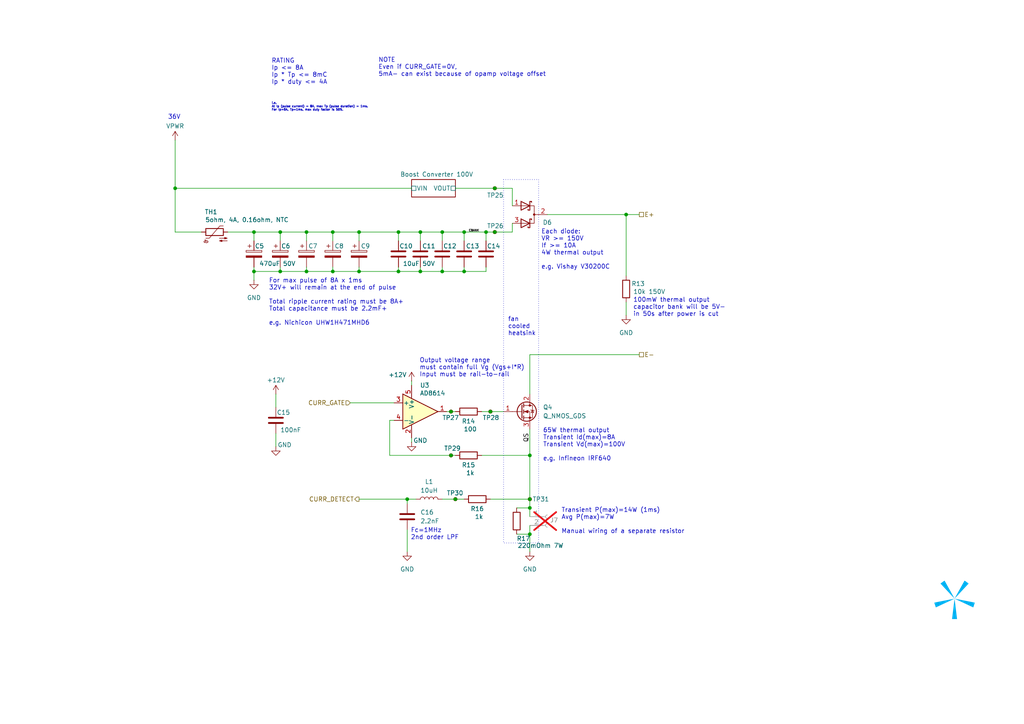
<source format=kicad_sch>
(kicad_sch (version 20231120) (generator "eeschema") (generator_version "8.0")
  (paper "A4")
  (title_block (title "CTRL-MINI-ED") (date "2024-12-11") (rev "1") (company "Spark Project") (comment 1 "Author: 夕月霞 (xyx)") (comment 2 "Electric Discharge Machining board for CTRL-MINI"))
  (lib_symbols
    (symbol "Amplifier_Operational:AD8603" (pin_names (offset 0.127))
      (property "Reference" "U" (at 0 5.08 0))
      (property "Value" "AD8603" (at 0 -5.08 0))
      (symbol "AD8603_0_1"
        (polyline (pts (xy -5.08 5.08) (xy 5.08 0) (xy -5.08 -5.08) (xy -5.08 5.08)) (stroke (width 0.254)) (fill (type background)))
        (pin power_in line (at -2.54 -7.62 90) (length 3.81) (name "V-") (number "2"))
        (pin power_in line (at -2.54 7.62 270) (length 3.81) (name "V+") (number "5"))
      )
      (symbol "AD8603_1_1"
        (pin output line (at 7.62 0 180) (length 2.54) (name "~") (number "1"))
        (pin input line (at -7.62 2.54 0) (length 2.54) (name "+") (number "3"))
        (pin input line (at -7.62 -2.54 0) (length 2.54) (name "-") (number "4"))
      )
    )
    (symbol "Connector:Conn_01x02_Socket" (pin_names (offset 1.016) hide)
      (property "Reference" "J" (at 0 2.54 0))
      (property "Value" "Conn_01x02_Socket" (at 0 -5.08 0))
      (symbol "Conn_01x02_Socket_1_1"
        (arc (start 0 -2.032) (mid -0.5058 -2.54) (end 0 -3.048) (stroke (width 0.1524)))
        (polyline (pts (xy -1.27 -2.54) (xy -0.508 -2.54)) (stroke (width 0.1524)))
        (polyline (pts (xy -1.27 0) (xy -0.508 0)) (stroke (width 0.1524)))
        (arc (start 0 0.508) (mid -0.5058 0) (end 0 -0.508) (stroke (width 0.1524)))
        (pin passive line (at -5.08 0 0) (length 3.81) (name "Pin_1") (number "1"))
        (pin passive line (at -5.08 -2.54 0) (length 3.81) (name "Pin_2") (number "2"))
      )
    )
    (symbol "Connector:TestPoint_Small" (pin_numbers hide) (pin_names (offset 0.762) hide)
      (property "Reference" "TP" (at 0 3.81 0))
      (property "Value" "TestPoint_Small" (at 0 2.032 0))
      (symbol "TestPoint_Small_0_1"
        (circle (center 0 0) (radius 0.508))
      )
      (symbol "TestPoint_Small_1_1"
        (pin passive line (at 0 0 90) (length 0) (name "1") (number "1"))
      )
    )
    (symbol "Device:C" (pin_numbers hide) (pin_names (offset 0.254))
      (property "Reference" "C" (at 0.635 2.54 0))
      (property "Value" "C" (at 0.635 -2.54 0))
      (symbol "C_0_1"
        (polyline (pts (xy -2.032 -0.762) (xy 2.032 -0.762)) (stroke (width 0.508)))
        (polyline (pts (xy -2.032 0.762) (xy 2.032 0.762)) (stroke (width 0.508)))
      )
      (symbol "C_1_1"
        (pin passive line (at 0 3.81 270) (length 2.794) (name "~") (number "1"))
        (pin passive line (at 0 -3.81 90) (length 2.794) (name "~") (number "2"))
      )
    )
    (symbol "Device:C_Polarized" (pin_numbers hide) (pin_names (offset 0.254))
      (property "Reference" "C" (at 0.635 2.54 0))
      (property "Value" "C_Polarized" (at 0.635 -2.54 0))
      (symbol "C_Polarized_0_1"
        (rectangle (start -2.286 0.508) (end 2.286 1.016))
        (polyline (pts (xy -1.778 2.286) (xy -0.762 2.286)))
        (polyline (pts (xy -1.27 2.794) (xy -1.27 1.778)))
        (rectangle (start 2.286 -0.508) (end -2.286 -1.016) (fill (type outline)))
      )
      (symbol "C_Polarized_1_1"
        (pin passive line (at 0 3.81 270) (length 2.794) (name "~") (number "1"))
        (pin passive line (at 0 -3.81 90) (length 2.794) (name "~") (number "2"))
      )
    )
    (symbol "Device:D_Schottky_Dual_CommonCathode_AKA_Parallel" (pin_names (offset 0.762) hide)
      (property "Reference" "D" (at 0 5.08 0))
      (property "Value" "D_Schottky_Dual_CommonCathode_AKA_Parallel" (at 0 -5.08 0))
      (symbol "D_Schottky_Dual_CommonCathode_AKA_Parallel_0_1"
        (polyline (pts (xy 1.27 0) (xy 2.54 0)))
        (polyline (pts (xy -2.54 -2.54) (xy 1.27 -2.54) (xy 1.27 2.54) (xy -2.54 2.54)))
        (polyline (pts (xy -2.54 -1.27) (xy 0 -2.54) (xy -2.54 -3.81) (xy -2.54 -1.27) (xy -2.54 -1.27) (xy -2.54 -1.27)) (stroke (width 0.254)))
        (polyline (pts (xy -2.54 3.81) (xy 0 2.54) (xy -2.54 1.27) (xy -2.54 3.81) (xy -2.54 3.81) (xy -2.54 3.81)) (stroke (width 0.254)))
        (polyline (pts (xy 0.508 -1.524) (xy 0.508 -1.27) (xy 0 -1.27) (xy 0 -3.81) (xy -0.508 -3.81) (xy -0.508 -3.556)) (stroke (width 0.254)))
        (polyline (pts (xy 0.508 3.556) (xy 0.508 3.81) (xy 0 3.81) (xy 0 1.27) (xy -0.508 1.27) (xy -0.508 1.524)) (stroke (width 0.254)))
        (circle (center 1.27 0) (radius 0.254) (fill (type outline)))
        (pin passive line (at -5.08 2.54 0) (length 2.54) (name "A") (number "1"))
        (pin passive line (at 5.08 0 180) (length 2.54) (name "K") (number "2"))
        (pin passive line (at -5.08 -2.54 0) (length 2.54) (name "A") (number "3"))
      )
    )
    (symbol "Device:L" (pin_numbers hide) (pin_names (offset 1.016) hide)
      (property "Reference" "L" (at -1.27 0 90))
      (property "Value" "L" (at 1.905 0 90))
      (symbol "L_0_1"
        (arc (start 0 -2.54) (mid 0.6323 -1.905) (end 0 -1.27))
        (arc (start 0 -1.27) (mid 0.6323 -0.635) (end 0 0))
        (arc (start 0 0) (mid 0.6323 0.635) (end 0 1.27))
        (arc (start 0 1.27) (mid 0.6323 1.905) (end 0 2.54))
      )
      (symbol "L_1_1"
        (pin passive line (at 0 3.81 270) (length 1.27) (name "1") (number "1"))
        (pin passive line (at 0 -3.81 90) (length 1.27) (name "2") (number "2"))
      )
    )
    (symbol "Device:Q_NMOS_GDS" (pin_names (offset 0) hide)
      (property "Reference" "Q" (at 5.08 1.27 0))
      (property "Value" "Q_NMOS_GDS" (at 5.08 -1.27 0))
      (symbol "Q_NMOS_GDS_0_1"
        (polyline (pts (xy 0.254 0) (xy -2.54 0)))
        (polyline (pts (xy 0.254 1.905) (xy 0.254 -1.905)) (stroke (width 0.254)))
        (polyline (pts (xy 0.762 -1.27) (xy 0.762 -2.286)) (stroke (width 0.254)))
        (polyline (pts (xy 0.762 0.508) (xy 0.762 -0.508)) (stroke (width 0.254)))
        (polyline (pts (xy 0.762 2.286) (xy 0.762 1.27)) (stroke (width 0.254)))
        (polyline (pts (xy 2.54 2.54) (xy 2.54 1.778)))
        (polyline (pts (xy 2.54 -2.54) (xy 2.54 0) (xy 0.762 0)))
        (polyline (pts (xy 0.762 -1.778) (xy 3.302 -1.778) (xy 3.302 1.778) (xy 0.762 1.778)))
        (polyline (pts (xy 1.016 0) (xy 2.032 0.381) (xy 2.032 -0.381) (xy 1.016 0)) (fill (type outline)))
        (polyline (pts (xy 2.794 0.508) (xy 2.921 0.381) (xy 3.683 0.381) (xy 3.81 0.254)))
        (polyline (pts (xy 3.302 0.381) (xy 2.921 -0.254) (xy 3.683 -0.254) (xy 3.302 0.381)))
        (circle (center 1.651 0) (radius 2.794) (stroke (width 0.254)))
        (circle (center 2.54 -1.778) (radius 0.254) (fill (type outline)))
        (circle (center 2.54 1.778) (radius 0.254) (fill (type outline)))
      )
      (symbol "Q_NMOS_GDS_1_1"
        (pin input line (at -5.08 0 0) (length 2.54) (name "G") (number "1"))
        (pin passive line (at 2.54 5.08 270) (length 2.54) (name "D") (number "2"))
        (pin passive line (at 2.54 -5.08 90) (length 2.54) (name "S") (number "3"))
      )
    )
    (symbol "Device:R" (pin_numbers hide) (pin_names (offset 0))
      (property "Reference" "R" (at 2.032 0 90))
      (property "Value" "R" (at 0 0 90))
      (symbol "R_0_1"
        (rectangle (start -1.016 -2.54) (end 1.016 2.54) (stroke (width 0.254)))
      )
      (symbol "R_1_1"
        (pin passive line (at 0 3.81 270) (length 1.27) (name "~") (number "1"))
        (pin passive line (at 0 -3.81 90) (length 1.27) (name "~") (number "2"))
      )
    )
    (symbol "Device:Thermistor_NTC" (pin_numbers hide) (pin_names (offset 0))
      (property "Reference" "TH" (at -4.445 0 90))
      (property "Value" "Thermistor_NTC" (at 3.175 0 90))
      (symbol "Thermistor_NTC_0_1"
        (arc (start -3.048 2.159) (mid -3.0495 2.3143) (end -3.175 2.413))
        (arc (start -3.048 2.159) (mid -2.9736 1.9794) (end -2.794 1.905))
        (arc (start -3.048 2.794) (mid -2.9736 2.6144) (end -2.794 2.54))
        (arc (start -2.794 1.905) (mid -2.6144 1.9794) (end -2.54 2.159))
        (arc (start -2.794 2.54) (mid -2.4393 2.5587) (end -2.159 2.794))
        (arc (start -2.794 3.048) (mid -2.9736 2.9736) (end -3.048 2.794))
        (arc (start -2.54 2.794) (mid -2.6144 2.9736) (end -2.794 3.048))
        (rectangle (start -1.016 2.54) (end 1.016 -2.54) (stroke (width 0.254)))
        (polyline (pts (xy -2.54 2.159) (xy -2.54 2.794)))
        (polyline (pts (xy -1.778 2.54) (xy -1.778 1.524) (xy 1.778 -1.524) (xy 1.778 -2.54)))
        (polyline (pts (xy -2.54 -3.683) (xy -2.54 -1.397) (xy -2.794 -2.159) (xy -2.286 -2.159) (xy -2.54 -1.397) (xy -2.54 -1.651)) (fill (type outline)))
        (polyline (pts (xy -1.778 -1.397) (xy -1.778 -3.683) (xy -2.032 -2.921) (xy -1.524 -2.921) (xy -1.778 -3.683) (xy -1.778 -3.429)) (fill (type outline)))
      )
      (symbol "Thermistor_NTC_1_1"
        (pin passive line (at 0 3.81 270) (length 1.27) (name "~") (number "1"))
        (pin passive line (at 0 -3.81 90) (length 1.27) (name "~") (number "2"))
      )
    )
    (symbol "power:GND" (power) (pin_numbers hide) (pin_names (offset 0) hide)
      (property "Value" "GND" (at 0 -3.81 0))
      (symbol "GND_0_1"
        (polyline (pts (xy 0 0) (xy 0 -1.27) (xy 1.27 -1.27) (xy 0 -2.54) (xy -1.27 -1.27) (xy 0 -1.27)))
      )
      (symbol "GND_1_1"
        (pin power_in line (at 0 0 270) (length 0) (name "~") (number "1"))
      )
    )
    (symbol "power:VCC" (power) (pin_numbers hide) (pin_names (offset 0) hide)
      (property "Value" "VCC" (at 0 3.556 0))
      (symbol "VCC_0_1"
        (polyline (pts (xy -0.762 1.27) (xy 0 2.54)))
        (polyline (pts (xy 0 0) (xy 0 2.54)))
        (polyline (pts (xy 0 2.54) (xy 0.762 1.27)))
      )
      (symbol "VCC_1_1"
        (pin power_in line (at 0 0 90) (length 0) (name "~") (number "1"))
      )
    )
  )
  (junction (at 134.62 78.74))
  (junction (at 115.57 67.31))
  (junction (at 153.67 144.78))
  (junction (at 153.67 154.94))
  (junction (at 130.81 119.38))
  (junction (at 118.11 144.78))
  (junction (at 88.9 78.74))
  (junction (at 140.97 67.31))
  (junction (at 81.28 78.74))
  (junction (at 115.57 78.74))
  (junction (at 73.66 78.74))
  (junction (at 81.28 67.31))
  (junction (at 96.52 67.31))
  (junction (at 128.27 67.31))
  (junction (at 143.51 54.61))
  (junction (at 153.67 147.32))
  (junction (at 73.66 67.31))
  (junction (at 181.61 62.23))
  (junction (at 96.52 78.74))
  (junction (at 134.62 67.31))
  (junction (at 142.24 119.38))
  (junction (at 104.14 78.74))
  (junction (at 121.92 67.31))
  (junction (at 130.81 132.08))
  (junction (at 104.14 67.31))
  (junction (at 132.08 144.78))
  (junction (at 143.51 67.31))
  (junction (at 88.9 67.31))
  (junction (at 50.8 54.61))
  (junction (at 153.67 132.08))
  (junction (at 128.27 78.74))
  (junction (at 121.92 78.74))
  (wire (pts (xy 132.08 144.78) (xy 134.62 144.78)))
  (wire (pts (xy 140.97 67.31) (xy 143.51 67.31)))
  (wire (pts (xy 120.65 144.78) (xy 118.11 144.78)))
  (wire (pts (xy 50.8 67.31) (xy 58.42 67.31)))
  (wire (pts (xy 119.38 127) (xy 119.38 128.27)))
  (wire (pts (xy 153.67 124.46) (xy 153.67 132.08)))
  (wire (pts (xy 113.03 132.08) (xy 130.81 132.08)))
  (wire (pts (xy 80.01 125.73) (xy 80.01 129.54)))
  (wire (pts (xy 96.52 78.74) (xy 104.14 78.74)))
  (wire (pts (xy 140.97 67.31) (xy 140.97 69.85)))
  (wire (pts (xy 114.3 116.84) (xy 101.6 116.84)))
  (wire (pts (xy 104.14 78.74) (xy 115.57 78.74)))
  (wire (pts (xy 118.11 144.78) (xy 118.11 146.05)))
  (wire (pts (xy 142.24 119.38) (xy 146.05 119.38)))
  (wire (pts (xy 134.62 67.31) (xy 140.97 67.31)))
  (wire (pts (xy 139.7 132.08) (xy 153.67 132.08)))
  (wire (pts (xy 143.51 67.31) (xy 148.59 67.31)))
  (wire (pts (xy 113.03 121.92) (xy 113.03 132.08)))
  (wire (pts (xy 128.27 67.31) (xy 134.62 67.31)))
  (wire (pts (xy 121.92 78.74) (xy 121.92 77.47)))
  (wire (pts (xy 181.61 87.63) (xy 181.61 91.44)))
  (wire (pts (xy 66.04 67.31) (xy 73.66 67.31)))
  (wire (pts (xy 81.28 67.31) (xy 81.28 69.85)))
  (wire (pts (xy 73.66 78.74) (xy 73.66 81.28)))
  (wire (pts (xy 115.57 78.74) (xy 121.92 78.74)))
  (wire (pts (xy 81.28 67.31) (xy 73.66 67.31)))
  (wire (pts (xy 81.28 77.47) (xy 81.28 78.74)))
  (wire (pts (xy 128.27 67.31) (xy 128.27 69.85)))
  (wire (pts (xy 139.7 119.38) (xy 142.24 119.38)))
  (wire (pts (xy 88.9 69.85) (xy 88.9 67.31)))
  (wire (pts (xy 153.67 102.87) (xy 185.42 102.87)))
  (wire (pts (xy 115.57 67.31) (xy 115.57 69.85)))
  (wire (pts (xy 104.14 67.31) (xy 104.14 69.85)))
  (wire (pts (xy 153.67 154.94) (xy 153.67 160.02)))
  (wire (pts (xy 181.61 62.23) (xy 181.61 80.01)))
  (wire (pts (xy 130.81 132.08) (xy 132.08 132.08)))
  (wire (pts (xy 153.67 147.32) (xy 153.67 149.86)))
  (wire (pts (xy 142.24 144.78) (xy 153.67 144.78)))
  (wire (pts (xy 143.51 54.61) (xy 148.59 54.61)))
  (wire (pts (xy 153.67 152.4) (xy 153.67 154.94)))
  (wire (pts (xy 96.52 77.47) (xy 96.52 78.74)))
  (wire (pts (xy 140.97 78.74) (xy 140.97 77.47)))
  (wire (pts (xy 149.86 154.94) (xy 153.67 154.94)))
  (wire (pts (xy 121.92 67.31) (xy 121.92 69.85)))
  (wire (pts (xy 119.38 111.76) (xy 119.38 110.49)))
  (wire (pts (xy 153.67 102.87) (xy 153.67 114.3)))
  (wire (pts (xy 128.27 78.74) (xy 134.62 78.74)))
  (wire (pts (xy 73.66 67.31) (xy 73.66 69.85)))
  (wire (pts (xy 88.9 78.74) (xy 96.52 78.74)))
  (wire (pts (xy 129.54 119.38) (xy 130.81 119.38)))
  (wire (pts (xy 115.57 77.47) (xy 115.57 78.74)))
  (wire (pts (xy 80.01 114.3) (xy 80.01 118.11)))
  (wire (pts (xy 128.27 78.74) (xy 128.27 77.47)))
  (wire (pts (xy 148.59 54.61) (xy 148.59 59.69)))
  (wire (pts (xy 114.3 121.92) (xy 113.03 121.92)))
  (wire (pts (xy 50.8 54.61) (xy 50.8 67.31)))
  (wire (pts (xy 153.67 132.08) (xy 153.67 144.78)))
  (wire (pts (xy 132.08 54.61) (xy 143.51 54.61)))
  (wire (pts (xy 149.86 147.32) (xy 153.67 147.32)))
  (wire (pts (xy 121.92 67.31) (xy 128.27 67.31)))
  (wire (pts (xy 118.11 153.67) (xy 118.11 160.02)))
  (wire (pts (xy 134.62 78.74) (xy 140.97 78.74)))
  (wire (pts (xy 96.52 67.31) (xy 104.14 67.31)))
  (wire (pts (xy 81.28 78.74) (xy 88.9 78.74)))
  (wire (pts (xy 130.81 119.38) (xy 132.08 119.38)))
  (wire (pts (xy 88.9 77.47) (xy 88.9 78.74)))
  (wire (pts (xy 148.59 64.77) (xy 148.59 67.31)))
  (wire (pts (xy 134.62 67.31) (xy 134.62 69.85)))
  (wire (pts (xy 181.61 62.23) (xy 185.42 62.23)))
  (wire (pts (xy 50.8 54.61) (xy 119.38 54.61)))
  (wire (pts (xy 96.52 67.31) (xy 96.52 69.85)))
  (wire (pts (xy 158.75 62.23) (xy 181.61 62.23)))
  (wire (pts (xy 134.62 78.74) (xy 134.62 77.47)))
  (wire (pts (xy 88.9 67.31) (xy 96.52 67.31)))
  (wire (pts (xy 104.14 77.47) (xy 104.14 78.74)))
  (wire (pts (xy 115.57 67.31) (xy 121.92 67.31)))
  (wire (pts (xy 153.67 144.78) (xy 153.67 147.32)))
  (wire (pts (xy 121.92 78.74) (xy 128.27 78.74)))
  (wire (pts (xy 73.66 77.47) (xy 73.66 78.74)))
  (wire (pts (xy 128.27 144.78) (xy 132.08 144.78)))
  (wire (pts (xy 50.8 40.64) (xy 50.8 54.61)))
  (wire (pts (xy 104.14 144.78) (xy 118.11 144.78)))
  (wire (pts (xy 104.14 67.31) (xy 115.57 67.31)))
  (wire (pts (xy 81.28 67.31) (xy 88.9 67.31)))
  (wire (pts (xy 73.66 78.74) (xy 81.28 78.74)))
  (rectangle (start 146.05 52.07) (end 156.21 157.48) (stroke (width 0) (type dot)))
  (image (at 276.86 173.99) (scale 1.13867))
  (text "Output voltage range\nmust contain full Vg (Vgs+I*R)\nInput must be rail-to-rail" (at 121.666 106.68 0) (effects (font (size 1.27 1.27)) (justify left)))
  (text "65W thermal output\nTransient Id(max)=8A\nTransient Vd(max)=100V\n\ne.g. Infineon IRF640" (at 157.48 129.032 0) (effects (font (size 1.27 1.27)) (justify left)))
  (text "fan\ncooled\nheatsink" (at 147.32 94.742 0) (effects (font (size 1.27 1.27)) (justify left)))
  (text "NOTE\nEven if CURR_GATE=0V,\n5mA- can exist because of opamp voltage offset" (at 109.728 16.764 0) (effects (font (size 1.27 1.27)) (justify left top)))
  (text "Transient P(max)=14W (1ms)\nAvg P(max)=7W\n\nManual wiring of a separate resistor" (at 162.814 151.13 0) (effects (font (size 1.27 1.27)) (justify left)))
  (text "Each diode:\nVR >= 150V\nIf >= 10A\n4W thermal output\n\ne.g. Vishay V30200C" (at 156.972 72.39 0) (effects (font (size 1.27 1.27)) (justify left)))
  (text "For max pulse of 8A x 1ms\n32V+ will remain at the end of pulse\n\nTotal ripple current rating must be 8A+\nTotal capacitance must be 2.2mF+\n\ne.g. Nichicon UHW1H471MHD6" (at 77.978 87.63 0) (effects (font (size 1.27 1.27)) (justify left)))
  (text "i.e.\nAt Ip (pulse current) = 8A, max Tp (pulse duration) = 1ms.\nFor Ip=8A, Tp=1ms, max duty factor is 50%." (at 78.74 29.718 0) (effects (font (size 0.6 0.6)) (justify left top)))
  (text "RATING\nIp <= 8A\nIp * Tp <= 8mC\nIp * duty <= 4A" (at 78.74 17.018 0) (effects (font (size 1.27 1.27)) (justify left top)))
  (text "Fc=1MHz\n2nd order LPF" (at 119.126 154.94 0) (effects (font (size 1.27 1.27)) (justify left)))
  (text "36V" (at 50.546 34.036 0) (effects (font (size 1.27 1.27))))
  (text "100mW thermal output\ncapacitor bank will be 5V-\nin 50s after power is cut" (at 183.642 89.154 0) (effects (font (size 1.27 1.27)) (justify left)))
  (label "QS" (at 153.67 128.27 90))
  (label "CBANK" (at 135.89 67.31 0) (effects (font (size 0.6 0.6))))
  (hierarchical_label "E-" (shape passive) (at 185.42 102.87 0))
  (hierarchical_label "E+" (shape passive) (at 185.42 62.23 0))
  (hierarchical_label "CURR_GATE" (shape input) (at 101.6 116.84 180))
  (hierarchical_label "CURR_DETECT" (shape output) (at 104.14 144.78 180))
  (symbol (lib_id "Device:R") (at 181.61 83.82 0) (unit 1)
    (property "Reference" "R13" (at 183.134 82.296 0) (effects (justify left)))
    (property "Value" "10k 150V" (at 183.642 84.582 0) (effects (justify left)))
    (property "Footprint" "Resistor_SMD:R_0805_2012Metric" (effects (hide yes)))
    (property "Description" "Resistor" (effects (hide yes)))
    (property "LCSC" "C17414" (effects (hide yes)))
  )
  (symbol (lib_id "Device:C_Polarized") (at 96.52 73.66 0) (unit 1)
    (property "Reference" "C8" (at 97.028 71.374 0) (effects (justify left)))
    (property "Value" "470uF 50V" (effects (hide yes)))
    (property "Footprint" "Capacitor_THT:CP_Radial_D12.5mm_P5.00mm" (effects (hide yes)))
    (property "Description" "Polarized capacitor" (effects (hide yes)))
    (property "LCSC" "C1586027" (effects (hide yes)))
  )
  (symbol (lib_id "Connector:TestPoint_Small") (at 153.67 144.78 270) (unit 1)
    (property "Reference" "TP31" (at 154.432 144.78 90) (effects (justify left)))
    (property "Value" "TestPoint" (effects (hide yes)))
    (property "Footprint" "TestPoint:TestPoint_Pad_D1.5mm" (effects (hide yes)))
    (property "Description" "test point" (effects (hide yes)))
  )
  (symbol (lib_id "Device:Thermistor_NTC") (at 62.23 67.31 90) (unit 1)
    (property "Reference" "TH1" (at 61.214 61.468 90))
    (property "Value" "5ohm, 4A, 0.16ohm, NTC" (at 71.628 63.754 90))
    (property "Footprint" "Varistor:RV_Disc_D12mm_W5.4mm_P7.5mm" (effects (hide yes)))
    (property "Description" "Temperature dependent resistor, negative temperature coefficient" (effects (hide yes)))
    (property "LCSC" "C9179" (effects (hide yes)))
  )
  (symbol (lib_id "power:VCC") (at 50.8 40.64 0) (unit 1) (exclude_from_sim yes)
    (property "Reference" "#PWR020" (effects (hide yes)))
    (property "Value" "VPWR" (at 50.8 36.576 0))
    (property "Description" "Power symbol creates a global label with name \"VCC\"" (effects (hide yes)))
  )
  (symbol (lib_id "Device:C") (at 121.92 73.66 0) (unit 1)
    (property "Reference" "C11" (at 122.428 71.374 0) (effects (justify left)))
    (property "Value" "10uF 50V" (effects (hide yes)))
    (property "Footprint" "Capacitor_SMD:C_1206_3216Metric" (effects (hide yes)))
    (property "Description" "Unpolarized capacitor" (effects (hide yes)))
    (property "LCSC" "C13585" (effects (hide yes)))
  )
  (symbol (lib_id "Connector:TestPoint_Small") (at 143.51 67.31 0) (unit 1)
    (property "Reference" "TP26" (at 141.224 65.532 0) (effects (justify left)))
    (property "Value" "TestPoint" (effects (hide yes)))
    (property "Footprint" "TestPoint:TestPoint_Pad_D1.5mm" (effects (hide yes)))
    (property "Description" "test point" (effects (hide yes)))
  )
  (symbol (lib_id "Connector:TestPoint_Small") (at 130.81 132.08 0) (unit 1)
    (property "Reference" "TP29" (at 128.778 130.048 0) (effects (justify left)))
    (property "Value" "TestPoint" (effects (hide yes)))
    (property "Footprint" "TestPoint:TestPoint_Pad_D1.5mm" (effects (hide yes)))
    (property "Description" "test point" (effects (hide yes)))
  )
  (symbol (lib_id "Device:C") (at 118.11 149.86 0) (mirror y) (unit 1)
    (property "Reference" "C16" (at 121.92 148.5899 0) (effects (justify right)))
    (property "Value" "2.2nF" (at 121.92 151.1299 0) (effects (justify right)))
    (property "Footprint" "Capacitor_SMD:C_0603_1608Metric" (effects (hide yes)))
    (property "Description" "Unpolarized capacitor" (effects (hide yes)))
    (property "LCSC" "C1604" (effects (hide yes)))
  )
  (symbol (lib_id "Device:R") (at 135.89 132.08 90) (unit 1)
    (property "Reference" "R15" (at 135.89 134.874 90))
    (property "Value" "1k" (at 136.398 137.16 90))
    (property "Footprint" "Resistor_SMD:R_0603_1608Metric" (effects (hide yes)))
    (property "Description" "Resistor" (effects (hide yes)))
    (property "LCSC" "C21190" (effects (hide yes)))
  )
  (symbol (lib_id "power:GND") (at 119.38 128.27 0) (unit 1)
    (property "Reference" "#PWR025" (effects (hide yes)))
    (property "Value" "GND" (at 121.92 127.762 0))
    (property "Description" "Power symbol creates a global label with name \"GND\" , ground" (effects (hide yes)))
  )
  (symbol (lib_id "Device:C") (at 134.62 73.66 0) (unit 1)
    (property "Reference" "C13" (at 135.128 71.374 0) (effects (justify left)))
    (property "Value" "10uF 50V" (effects (hide yes)))
    (property "Footprint" "Capacitor_SMD:C_1206_3216Metric" (effects (hide yes)))
    (property "Description" "Unpolarized capacitor" (effects (hide yes)))
    (property "LCSC" "C13585" (effects (hide yes)))
  )
  (symbol (lib_id "Device:C") (at 80.01 121.92 0) (unit 1)
    (property "Reference" "C15" (at 80.264 119.634 0) (effects (justify left)))
    (property "Value" "100nF" (at 81.28 124.714 0) (effects (justify left)))
    (property "Footprint" "Capacitor_SMD:C_0603_1608Metric" (effects (hide yes)))
    (property "Description" "Unpolarized capacitor" (effects (hide yes)))
    (property "LCSC" "C14663" (effects (hide yes)))
  )
  (symbol (lib_id "Device:R") (at 135.89 119.38 90) (unit 1)
    (property "Reference" "R14" (at 135.89 122.174 90))
    (property "Value" "100" (at 136.398 124.46 90))
    (property "Footprint" "Resistor_SMD:R_0603_1608Metric" (effects (hide yes)))
    (property "Description" "Resistor" (effects (hide yes)))
    (property "LCSC" "C22775" (effects (hide yes)))
  )
  (symbol (lib_id "Device:C") (at 115.57 73.66 0) (unit 1)
    (property "Reference" "C10" (at 115.824 71.374 0) (effects (justify left)))
    (property "Value" "10uF 50V" (at 116.84 76.454 0) (effects (justify left)))
    (property "Footprint" "Capacitor_SMD:C_1206_3216Metric" (effects (hide yes)))
    (property "Description" "Unpolarized capacitor" (effects (hide yes)))
    (property "LCSC" "C13585" (effects (hide yes)))
  )
  (symbol (lib_id "Device:C") (at 128.27 73.66 0) (unit 1)
    (property "Reference" "C12" (at 128.524 71.374 0) (effects (justify left)))
    (property "Value" "10uF 50V" (effects (hide yes)))
    (property "Footprint" "Capacitor_SMD:C_1206_3216Metric" (effects (hide yes)))
    (property "Description" "Unpolarized capacitor" (effects (hide yes)))
    (property "LCSC" "C13585" (effects (hide yes)))
  )
  (symbol (lib_id "Device:C_Polarized") (at 104.14 73.66 0) (unit 1)
    (property "Reference" "C9" (at 104.648 71.374 0) (effects (justify left)))
    (property "Value" "470uF 50V" (effects (hide yes)))
    (property "Footprint" "Capacitor_THT:CP_Radial_D12.5mm_P5.00mm" (effects (hide yes)))
    (property "Description" "Polarized capacitor" (effects (hide yes)))
    (property "LCSC" "C1586027" (effects (hide yes)))
  )
  (symbol (lib_id "power:GND") (at 73.66 81.28 0) (unit 1)
    (property "Reference" "#PWR021" (effects (hide yes)))
    (property "Value" "GND" (at 73.66 86.36 0))
    (property "Description" "Power symbol creates a global label with name \"GND\" , ground" (effects (hide yes)))
  )
  (symbol (lib_id "Connector:Conn_01x02_Socket") (at 158.75 149.86 0) (unit 1) (exclude_from_sim yes) (in_bom no) (dnp yes)
    (property "Reference" "J7" (at 159.512 150.876 0) (effects (justify left)))
    (property "Value" "Conn_01x02_Socket" (effects (hide yes)))
    (property "Footprint" "SparkAll:Wurth_TerminalBlock_2pin_P5mm_691137710002" (effects (hide yes)))
    (property "Description" "Generic connector, single row, 01x02, script generated" (effects (hide yes)))
  )
  (symbol (lib_id "Device:C_Polarized") (at 81.28 73.66 0) (unit 1)
    (property "Reference" "C6" (at 81.534 71.374 0) (effects (justify left)))
    (property "Value" "470uF 50V" (effects (hide yes)))
    (property "Footprint" "Capacitor_THT:CP_Radial_D12.5mm_P5.00mm" (effects (hide yes)))
    (property "Description" "Polarized capacitor" (effects (hide yes)))
    (property "LCSC" "C1586027" (effects (hide yes)))
  )
  (symbol (lib_id "Device:C") (at 140.97 73.66 0) (unit 1)
    (property "Reference" "C14" (at 141.224 71.374 0) (effects (justify left)))
    (property "Value" "10uF 50V" (effects (hide yes)))
    (property "Footprint" "Capacitor_SMD:C_1206_3216Metric" (effects (hide yes)))
    (property "Description" "Unpolarized capacitor" (effects (hide yes)))
    (property "LCSC" "C13585" (effects (hide yes)))
  )
  (symbol (lib_id "Device:C_Polarized") (at 73.66 73.66 0) (unit 1)
    (property "Reference" "C5" (at 73.914 71.374 0) (effects (justify left)))
    (property "Value" "470uF 50V" (at 75.184 76.454 0) (effects (justify left)))
    (property "Footprint" "Capacitor_THT:CP_Radial_D12.5mm_P5.00mm" (effects (hide yes)))
    (property "Description" "Polarized capacitor" (effects (hide yes)))
    (property "LCSC" "C1586027" (effects (hide yes)))
  )
  (symbol (lib_id "Connector:TestPoint_Small") (at 130.81 119.38 0) (unit 1)
    (property "Reference" "TP27" (at 128.27 121.158 0) (effects (justify left)))
    (property "Value" "TestPoint" (effects (hide yes)))
    (property "Footprint" "TestPoint:TestPoint_Pad_D1.5mm" (effects (hide yes)))
    (property "Description" "test point" (effects (hide yes)))
  )
  (symbol (lib_id "power:GND") (at 181.61 91.44 0) (unit 1)
    (property "Reference" "#PWR022" (effects (hide yes)))
    (property "Value" "GND" (at 181.61 96.52 0))
    (property "Description" "Power symbol creates a global label with name \"GND\" , ground" (effects (hide yes)))
  )
  (symbol (lib_id "Connector:TestPoint_Small") (at 143.51 54.61 0) (unit 1)
    (property "Reference" "TP25" (at 141.224 56.642 0) (effects (justify left)))
    (property "Value" "TestPoint" (effects (hide yes)))
    (property "Footprint" "TestPoint:TestPoint_Pad_D1.5mm" (effects (hide yes)))
    (property "Description" "test point" (effects (hide yes)))
  )
  (symbol (lib_id "power:VCC") (at 80.01 114.3 0) (unit 1) (exclude_from_sim yes)
    (property "Reference" "#PWR024" (effects (hide yes)))
    (property "Value" "+12V" (at 80.01 110.236 0))
    (property "Description" "Power symbol creates a global label with name \"VCC\"" (effects (hide yes)))
  )
  (symbol (lib_id "Device:L") (at 124.46 144.78 270) (mirror x) (unit 1)
    (property "Reference" "L1" (at 124.46 139.7 90))
    (property "Value" "10uH" (at 124.46 142.24 90))
    (property "Footprint" "Inductor_SMD:L_0603_1608Metric" (effects (hide yes)))
    (property "Description" "Inductor" (effects (hide yes)))
    (property "LCSC" "C86083" (effects (hide yes)))
  )
  (symbol (lib_id "Device:C_Polarized") (at 88.9 73.66 0) (unit 1)
    (property "Reference" "C7" (at 89.408 71.374 0) (effects (justify left)))
    (property "Value" "470uF 50V" (effects (hide yes)))
    (property "Footprint" "Capacitor_THT:CP_Radial_D12.5mm_P5.00mm" (effects (hide yes)))
    (property "Description" "Polarized capacitor" (effects (hide yes)))
    (property "LCSC" "C1586027" (effects (hide yes)))
  )
  (symbol (lib_id "Connector:TestPoint_Small") (at 142.24 119.38 0) (unit 1)
    (property "Reference" "TP28" (at 139.954 121.158 0) (effects (justify left)))
    (property "Value" "TestPoint" (effects (hide yes)))
    (property "Footprint" "TestPoint:TestPoint_Pad_D1.5mm" (effects (hide yes)))
    (property "Description" "test point" (effects (hide yes)))
  )
  (symbol (lib_id "Device:R") (at 149.86 151.13 0) (unit 1) (in_bom no) (on_board no)
    (property "Reference" "R17" (at 149.86 156.21 0) (effects (justify left)))
    (property "Value" "220mOhm 7W" (at 150.114 158.242 0) (effects (justify left)))
    (property "Footprint" "Resistor_SMD:R_0603_1608Metric" (effects (hide yes)))
    (property "Description" "Resistor" (effects (hide yes)))
    (property "LCSC" "C1567839" (effects (hide yes)))
  )
  (symbol (lib_id "power:GND") (at 80.01 129.54 0) (unit 1)
    (property "Reference" "#PWR026" (effects (hide yes)))
    (property "Value" "GND" (at 82.55 129.032 0))
    (property "Description" "Power symbol creates a global label with name \"GND\" , ground" (effects (hide yes)))
  )
  (symbol (lib_id "Connector:TestPoint_Small") (at 132.08 144.78 0) (unit 1)
    (property "Reference" "TP30" (at 129.54 143.002 0) (effects (justify left)))
    (property "Value" "TestPoint" (effects (hide yes)))
    (property "Footprint" "TestPoint:TestPoint_Pad_D1.5mm" (effects (hide yes)))
    (property "Description" "test point" (effects (hide yes)))
  )
  (symbol (lib_id "Device:R") (at 138.43 144.78 90) (unit 1)
    (property "Reference" "R16" (at 138.43 147.574 90))
    (property "Value" "1k" (at 138.938 149.86 90))
    (property "Footprint" "Resistor_SMD:R_0603_1608Metric" (effects (hide yes)))
    (property "Description" "Resistor" (effects (hide yes)))
    (property "LCSC" "C21190" (effects (hide yes)))
  )
  (symbol (lib_id "Device:Q_NMOS_GDS") (at 151.13 119.38 0) (unit 1)
    (property "Reference" "Q4" (at 157.48 118.1099 0) (effects (justify left)))
    (property "Value" "Q_NMOS_GDS" (at 157.48 120.6499 0) (effects (justify left)))
    (property "Footprint" "Package_TO_SOT_THT:TO-220-3_Vertical" (effects (hide yes)))
    (property "Description" "N-MOSFET transistor, gate/drain/source" (effects (hide yes)))
    (property "LCSC" "C2568" (effects (hide yes)))
  )
  (symbol (lib_id "power:VCC") (at 119.38 110.49 0) (unit 1) (exclude_from_sim yes)
    (property "Reference" "#PWR023" (effects (hide yes)))
    (property "Value" "+12V" (at 115.316 108.712 0))
    (property "Description" "Power symbol creates a global label with name \"VCC\"" (effects (hide yes)))
  )
  (symbol (lib_id "power:GND") (at 153.67 160.02 0) (unit 1)
    (property "Reference" "#PWR028" (effects (hide yes)))
    (property "Value" "GND" (at 153.67 165.1 0))
    (property "Description" "Power symbol creates a global label with name \"GND\" , ground" (effects (hide yes)))
  )
  (symbol (lib_id "Device:D_Schottky_Dual_CommonCathode_AKA_Parallel") (at 153.67 62.23 0) (unit 1)
    (property "Reference" "D6" (at 158.75 64.516 0))
    (property "Value" "D_Schottky_Dual_CommonCathode_AKA_Parallel" (effects (hide yes)))
    (property "Footprint" "Package_TO_SOT_THT:TO-220-3_Vertical" (effects (hide yes)))
    (property "Description" "Dual Schottky diode, common anode on pin 1" (effects (hide yes)))
    (property "LCSC" "C559567" (effects (hide yes)))
  )
  (symbol (lib_id "Amplifier_Operational:AD8603") (at 121.92 119.38 0) (unit 1)
    (property "Reference" "U3" (at 123.19 111.76 0))
    (property "Value" "AD8614" (at 125.476 114.046 0))
    (property "Footprint" "Package_TO_SOT_SMD:TSOT-23-5" (effects (hide yes)))
    (property "Datasheet" "https://www.analog.com/media/en/technical-documentation/data-sheets/AD8603_8607_8609.pdf" (effects (hide yes)))
    (property "Description" "Precision Micropower, Low Noise CMOS, Rail-to-Rail Input/Output Operational Amplifier, TSOT-23-5" (effects (hide yes)))
    (property "LCSC" "C578785" (effects (hide yes)))
    (property "Sim.Library" "C:\\Users\\xyx\\Documents\\repos\\Spark\\discharge-board\\CTRL-MINI-ED-sim-dchg\\AD8614.lib" (effects (hide yes)))
    (property "Sim.Name" "AD8614" (effects (hide yes)))
    (property "Sim.Device" "SUBCKT" (effects (hide yes)))
    (property "Sim.Pins" "1=1 2=2 3=99 4=50 5=45" (effects (hide yes)))
  )
  (symbol (lib_id "power:GND") (at 118.11 160.02 0) (unit 1)
    (property "Reference" "#PWR027" (effects (hide yes)))
    (property "Value" "GND" (at 118.11 165.1 0))
    (property "Description" "Power symbol creates a global label with name \"GND\" , ground" (effects (hide yes)))
  )
  (sheet (at 119.38 52.07) (size 12.7 5.08) (stroke (width 0.1524))
    (property "Sheetname" "Boost Converter 100V" (at 116.078 51.308 0) (effects (justify left bottom)))
    (property "Sheetfile" "boost_converter_100v.kicad_sch" (effects (hide yes)))
    (pin "VIN" passive (at 119.38 54.61 180))
    (pin "VOUT" passive (at 132.08 54.61 0))
  )
)
</source>
